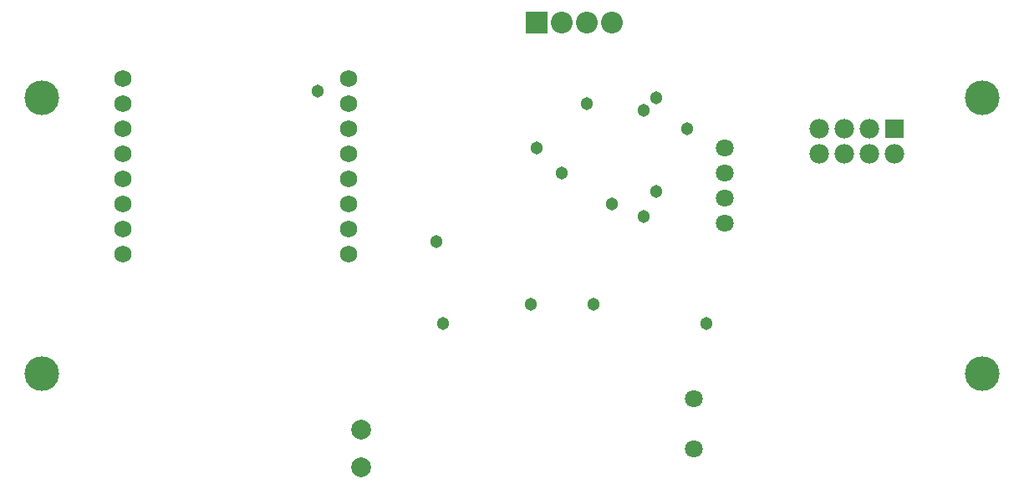
<source format=gts>
G75*
%MOIN*%
%OFA0B0*%
%FSLAX25Y25*%
%IPPOS*%
%LPD*%
%AMOC8*
5,1,8,0,0,1.08239X$1,22.5*
%
%ADD10C,0.13792*%
%ADD11R,0.07800X0.07800*%
%ADD12C,0.07800*%
%ADD13R,0.08674X0.08674*%
%ADD14C,0.08674*%
%ADD15C,0.07099*%
%ADD16C,0.06800*%
%ADD17C,0.07885*%
%ADD18C,0.05131*%
D10*
X0019287Y0086250D03*
X0019287Y0196250D03*
X0394287Y0196250D03*
X0394287Y0086250D03*
D11*
X0359287Y0183750D03*
D12*
X0349287Y0183750D03*
X0339287Y0183750D03*
X0329287Y0183750D03*
X0329287Y0173750D03*
X0339287Y0173750D03*
X0349287Y0173750D03*
X0359287Y0173750D03*
D13*
X0216787Y0226250D03*
D14*
X0226787Y0226250D03*
X0236787Y0226250D03*
X0246787Y0226250D03*
D15*
X0291787Y0176250D03*
X0291787Y0166250D03*
X0291787Y0156250D03*
X0291787Y0146250D03*
X0279287Y0076250D03*
X0279287Y0056250D03*
D16*
X0141787Y0133750D03*
X0141787Y0143750D03*
X0141787Y0153750D03*
X0141787Y0163750D03*
X0141787Y0173750D03*
X0141787Y0183750D03*
X0141787Y0193750D03*
X0141787Y0203750D03*
X0051787Y0203750D03*
X0051787Y0193750D03*
X0051787Y0183750D03*
X0051787Y0173750D03*
X0051787Y0163750D03*
X0051787Y0153750D03*
X0051787Y0143750D03*
X0051787Y0133750D03*
D17*
X0146787Y0063750D03*
X0146787Y0048750D03*
D18*
X0179287Y0106250D03*
X0214287Y0113750D03*
X0239287Y0113750D03*
X0284287Y0106250D03*
X0259287Y0148750D03*
X0246787Y0153750D03*
X0264287Y0158750D03*
X0226787Y0166250D03*
X0216787Y0176250D03*
X0236787Y0193750D03*
X0259287Y0191250D03*
X0264287Y0196250D03*
X0276787Y0183750D03*
X0176787Y0138750D03*
X0129287Y0198750D03*
M02*

</source>
